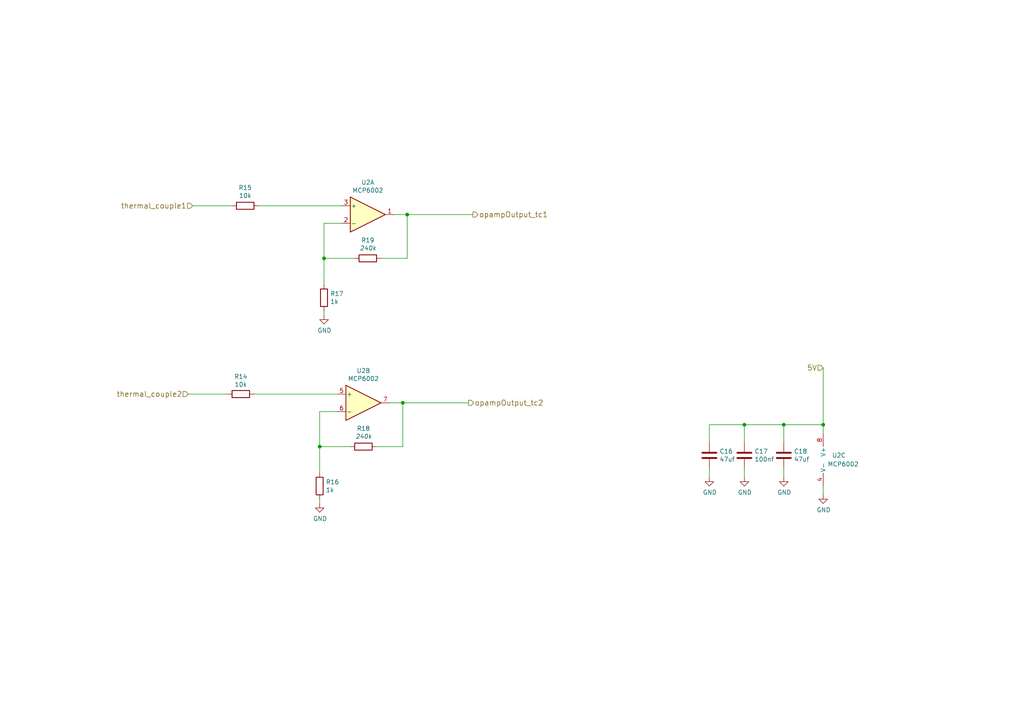
<source format=kicad_sch>
(kicad_sch (version 20211123) (generator eeschema)
  (paper "A4")
  (lib_symbols
    (symbol "Amplifier_Operational:MCP6002-xSN" (pin_names (offset 0.127))
      (property "Reference" "U" (at 0 5.08 0))
      (property "Value" "MCP6002-xSN" (at 0 -5.08 0))
      (symbol "MCP6002-xSN_1_1"
        (polyline (pts (xy -5.08 5.08) (xy 5.08 0) (xy -5.08 -5.08) (xy -5.08 5.08)) (stroke (width 0.254)) (fill (type background)))
        (pin output line (at 7.62 0 180) (length 2.54) (name "~") (number "1"))
        (pin input line (at -7.62 -2.54 0) (length 2.54) (name "-") (number "2"))
        (pin input line (at -7.62 2.54 0) (length 2.54) (name "+") (number "3"))
      )
      (symbol "MCP6002-xSN_2_1"
        (polyline (pts (xy -5.08 5.08) (xy 5.08 0) (xy -5.08 -5.08) (xy -5.08 5.08)) (stroke (width 0.254)) (fill (type background)))
        (pin input line (at -7.62 2.54 0) (length 2.54) (name "+") (number "5"))
        (pin input line (at -7.62 -2.54 0) (length 2.54) (name "-") (number "6"))
        (pin output line (at 7.62 0 180) (length 2.54) (name "~") (number "7"))
      )
      (symbol "MCP6002-xSN_3_1"
        (pin power_in line (at -2.54 -7.62 90) (length 3.81) (name "V-") (number "4"))
        (pin power_in line (at -2.54 7.62 270) (length 3.81) (name "V+") (number "8"))
      )
    )
    (symbol "Device:C" (pin_numbers hide) (pin_names (offset 0.254))
      (property "Reference" "C" (at 0.635 2.54 0))
      (property "Value" "C" (at 0.635 -2.54 0))
      (symbol "C_0_1"
        (polyline (pts (xy -2.032 -0.762) (xy 2.032 -0.762)) (stroke (width 0.508)))
        (polyline (pts (xy -2.032 0.762) (xy 2.032 0.762)) (stroke (width 0.508)))
      )
      (symbol "C_1_1"
        (pin passive line (at 0 3.81 270) (length 2.794) (name "~") (number "1"))
        (pin passive line (at 0 -3.81 90) (length 2.794) (name "~") (number "2"))
      )
    )
    (symbol "Device:R" (pin_numbers hide) (pin_names (offset 0))
      (property "Reference" "R" (at 2.032 0 90))
      (property "Value" "R" (at 0 0 90))
      (symbol "R_0_1"
        (rectangle (start -1.016 -2.54) (end 1.016 2.54) (stroke (width 0.254)))
      )
      (symbol "R_1_1"
        (pin passive line (at 0 3.81 270) (length 1.27) (name "~") (number "1"))
        (pin passive line (at 0 -3.81 90) (length 1.27) (name "~") (number "2"))
      )
    )
    (symbol "power:GND" (power) (pin_names (offset 0))
      (property "Value" "GND" (at 0 -3.81 0))
      (symbol "GND_0_1"
        (polyline (pts (xy 0 0) (xy 0 -1.27) (xy 1.27 -1.27) (xy 0 -2.54) (xy -1.27 -1.27) (xy 0 -1.27)))
      )
      (symbol "GND_1_1"
        (pin power_in line (at 0 0 270) (length 0) hide (name "GND") (number "1"))
      )
    )
  )
  (junction (at 92.71 129.54))
  (junction (at 116.84 116.84))
  (junction (at 93.98 74.93))
  (junction (at 238.76 123.19))
  (junction (at 118.11 62.23))
  (junction (at 215.9 123.19))
  (junction (at 227.33 123.19))
  (wire (pts (xy 116.84 116.84) (xy 113.03 116.84)))
  (wire (pts (xy 92.71 119.38) (xy 97.79 119.38)))
  (wire (pts (xy 227.33 128.27) (xy 227.33 123.19)))
  (wire (pts (xy 137.16 62.23) (xy 118.11 62.23)))
  (wire (pts (xy 238.76 123.19) (xy 238.76 125.73)))
  (wire (pts (xy 92.71 129.54) (xy 92.71 119.38)))
  (wire (pts (xy 109.22 129.54) (xy 116.84 129.54)))
  (wire (pts (xy 238.76 143.51) (xy 238.76 140.97)))
  (wire (pts (xy 73.66 114.3) (xy 97.79 114.3)))
  (wire (pts (xy 92.71 146.05) (xy 92.71 144.78)))
  (wire (pts (xy 227.33 123.19) (xy 238.76 123.19)))
  (wire (pts (xy 92.71 137.16) (xy 92.71 129.54)))
  (wire (pts (xy 102.87 74.93) (xy 93.98 74.93)))
  (wire (pts (xy 215.9 128.27) (xy 215.9 123.19)))
  (wire (pts (xy 54.61 114.3) (xy 66.04 114.3)))
  (wire (pts (xy 93.98 91.44) (xy 93.98 90.17)))
  (wire (pts (xy 205.74 128.27) (xy 205.74 123.19)))
  (wire (pts (xy 215.9 135.89) (xy 215.9 138.43)))
  (wire (pts (xy 135.89 116.84) (xy 116.84 116.84)))
  (wire (pts (xy 205.74 123.19) (xy 215.9 123.19)))
  (wire (pts (xy 118.11 62.23) (xy 114.3 62.23)))
  (wire (pts (xy 110.49 74.93) (xy 118.11 74.93)))
  (wire (pts (xy 74.93 59.69) (xy 99.06 59.69)))
  (wire (pts (xy 101.6 129.54) (xy 92.71 129.54)))
  (wire (pts (xy 238.76 106.68) (xy 238.76 123.19)))
  (wire (pts (xy 116.84 129.54) (xy 116.84 116.84)))
  (wire (pts (xy 55.88 59.69) (xy 67.31 59.69)))
  (wire (pts (xy 118.11 74.93) (xy 118.11 62.23)))
  (wire (pts (xy 227.33 138.43) (xy 227.33 135.89)))
  (wire (pts (xy 205.74 138.43) (xy 205.74 135.89)))
  (wire (pts (xy 215.9 123.19) (xy 227.33 123.19)))
  (wire (pts (xy 93.98 64.77) (xy 99.06 64.77)))
  (wire (pts (xy 93.98 82.55) (xy 93.98 74.93)))
  (wire (pts (xy 93.98 74.93) (xy 93.98 64.77)))
  (hierarchical_label "5V" (shape input) (at 238.76 106.68 180) (effects (font (size 1.524 1.524))))
  (hierarchical_label "opampOutput_tc1" (shape output) (at 137.16 62.23 0) (effects (font (size 1.524 1.524))))
  (hierarchical_label "thermal_couple2" (shape input) (at 54.61 114.3 180) (effects (font (size 1.524 1.524))))
  (hierarchical_label "opampOutput_tc2" (shape output) (at 135.89 116.84 0) (effects (font (size 1.524 1.524))))
  (hierarchical_label "thermal_couple1" (shape input) (at 55.88 59.69 180) (effects (font (size 1.524 1.524))))
  (symbol (lib_id "Amplifier_Operational:MCP6002-xSN") (at 106.68 62.23 0) (unit 1)
    (property "Reference" "U2" (at 106.68 52.9082 0))
    (property "Value" "MCP6002" (at 106.68 55.2196 0))
    (property "Footprint" "myFootPrintLibs:SO-8_3.9x4.9mm_P1.27mm" (effects hide))
    (property "Datasheet" "http://ww1.microchip.com/downloads/en/DeviceDoc/21733j.pdf" (effects hide))
  )
  (symbol (lib_id "Device:R") (at 93.98 86.36 0) (unit 1)
    (property "Reference" "R17" (at 95.758 85.1916 0) (effects (justify left)))
    (property "Value" "1k" (at 95.758 87.503 0) (effects (justify left)))
    (property "Footprint" "Resistor_SMD:R_1206_3216Metric_Pad1.30x1.75mm_HandSolder" (effects hide))
  )
  (symbol (lib_id "power:GND") (at 93.98 91.44 0) (unit 1)
    (property "Reference" "#PWR028" (effects hide))
    (property "Value" "GND" (at 94.107 95.8342 0))
  )
  (symbol (lib_id "Device:R") (at 106.68 74.93 270) (unit 1)
    (property "Reference" "R19" (at 106.68 69.6722 90))
    (property "Value" "240k" (at 106.68 71.9836 90) (effects (font italic)))
    (property "Footprint" "myFootPrintLibs:R_C_0805_2012Metric_Pad1.20x1.50mm_HandSolder" (effects hide))
  )
  (symbol (lib_id "Amplifier_Operational:MCP6002-xSN") (at 241.3 133.35 0) (unit 3)
    (property "Reference" "U2" (at 241.3 132.08 0) (effects (justify left)))
    (property "Value" "MCP6002" (at 240.03 134.62 0) (effects (justify left)))
    (property "Footprint" "myFootPrintLibs:SO-8_3.9x4.9mm_P1.27mm" (effects hide))
    (property "Datasheet" "http://ww1.microchip.com/downloads/en/DeviceDoc/21733j.pdf" (effects hide))
  )
  (symbol (lib_id "power:GND") (at 238.76 143.51 0) (unit 1)
    (property "Reference" "#PWR032" (effects hide))
    (property "Value" "GND" (at 238.887 147.9042 0))
  )
  (symbol (lib_id "Device:C") (at 227.33 132.08 0) (unit 1)
    (property "Reference" "C18" (at 230.251 130.9116 0) (effects (justify left)))
    (property "Value" "47uf" (at 230.251 133.223 0) (effects (justify left)))
    (property "Footprint" "myFootPrintLibs:R_C_0805_2012Metric_Pad1.20x1.50mm_HandSolder" (effects hide))
  )
  (symbol (lib_id "Device:C") (at 205.74 132.08 0) (unit 1)
    (property "Reference" "C16" (at 208.661 130.9116 0) (effects (justify left)))
    (property "Value" "47uf" (at 208.661 133.223 0) (effects (justify left)))
    (property "Footprint" "myFootPrintLibs:R_C_0805_2012Metric_Pad1.20x1.50mm_HandSolder" (effects hide))
  )
  (symbol (lib_id "power:GND") (at 227.33 138.43 0) (unit 1)
    (property "Reference" "#PWR031" (effects hide))
    (property "Value" "GND" (at 227.457 142.8242 0))
  )
  (symbol (lib_id "power:GND") (at 205.74 138.43 0) (unit 1)
    (property "Reference" "#PWR029" (effects hide))
    (property "Value" "GND" (at 205.867 142.8242 0))
  )
  (symbol (lib_id "Device:C") (at 215.9 132.08 0) (unit 1)
    (property "Reference" "C17" (at 218.821 130.9116 0) (effects (justify left)))
    (property "Value" "100nf" (at 218.821 133.223 0) (effects (justify left)))
    (property "Footprint" "myFootPrintLibs:R_C_0805_2012Metric_Pad1.20x1.50mm_HandSolder" (effects hide))
  )
  (symbol (lib_id "power:GND") (at 215.9 138.43 0) (unit 1)
    (property "Reference" "#PWR030" (effects hide))
    (property "Value" "GND" (at 216.027 142.8242 0))
  )
  (symbol (lib_id "Device:R") (at 71.12 59.69 270) (unit 1)
    (property "Reference" "R15" (at 71.12 54.4322 90))
    (property "Value" "10k" (at 71.12 56.7436 90))
    (property "Footprint" "myFootPrintLibs:R_C_0805_2012Metric_Pad1.20x1.50mm_HandSolder" (effects hide))
  )
  (symbol (lib_id "Device:R") (at 105.41 129.54 270) (unit 1)
    (property "Reference" "R18" (at 105.41 124.2822 90))
    (property "Value" "240k" (at 105.41 126.5936 90) (effects (font italic)))
    (property "Footprint" "myFootPrintLibs:R_C_0805_2012Metric_Pad1.20x1.50mm_HandSolder" (effects hide))
  )
  (symbol (lib_id "Device:R") (at 69.85 114.3 270) (unit 1)
    (property "Reference" "R14" (at 69.85 109.22 90))
    (property "Value" "10k" (at 69.85 111.5314 90))
    (property "Footprint" "myFootPrintLibs:R_C_0805_2012Metric_Pad1.20x1.50mm_HandSolder" (effects hide))
  )
  (symbol (lib_id "Amplifier_Operational:MCP6002-xSN") (at 105.41 116.84 0) (unit 2)
    (property "Reference" "U2" (at 105.41 107.5182 0))
    (property "Value" "MCP6002" (at 105.41 109.8296 0))
    (property "Footprint" "myFootPrintLibs:SO-8_3.9x4.9mm_P1.27mm" (effects hide))
    (property "Datasheet" "http://ww1.microchip.com/downloads/en/DeviceDoc/21733j.pdf" (effects hide))
  )
  (symbol (lib_id "Device:R") (at 92.71 140.97 0) (unit 1)
    (property "Reference" "R16" (at 94.488 139.8016 0) (effects (justify left)))
    (property "Value" "1k" (at 94.488 142.113 0) (effects (justify left)))
    (property "Footprint" "Resistor_SMD:R_1206_3216Metric_Pad1.30x1.75mm_HandSolder" (effects hide))
  )
  (symbol (lib_id "power:GND") (at 92.71 146.05 0) (unit 1)
    (property "Reference" "#PWR027" (effects hide))
    (property "Value" "GND" (at 92.837 150.4442 0))
  )
)
</source>
